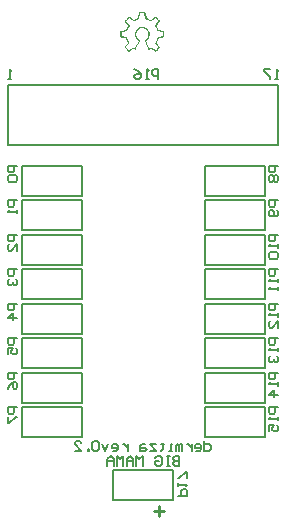
<source format=gbo>
%FSLAX24Y24*%
%MOIN*%
G70*
G01*
G75*
G04 Layer_Color=32896*
%ADD10R,0.0276X0.0354*%
%ADD11R,0.0335X0.0138*%
%ADD12R,0.0354X0.0276*%
%ADD13R,0.0433X0.0551*%
%ADD14C,0.0100*%
%ADD15C,0.0300*%
%ADD16C,0.0250*%
%ADD17R,0.0591X0.0591*%
%ADD18C,0.0591*%
%ADD19C,0.1969*%
%ADD20C,0.0150*%
%ADD21C,0.0200*%
%ADD22C,0.0098*%
%ADD23C,0.0079*%
%ADD24C,0.0063*%
%ADD25C,0.0060*%
%ADD26R,0.0356X0.0434*%
%ADD27R,0.0415X0.0218*%
%ADD28R,0.0434X0.0356*%
%ADD29R,0.0513X0.0631*%
%ADD30R,0.0671X0.0671*%
%ADD31C,0.0671*%
%ADD32C,0.2049*%
%ADD33C,0.0080*%
G36*
X57165Y35523D02*
X57168Y35521D01*
X57170Y35518D01*
Y35516D01*
X57175Y35496D01*
Y35482D01*
X57207Y35328D01*
Y35323D01*
X57209Y35320D01*
X57214D01*
X57339Y35267D01*
X57344Y35264D01*
X57348D01*
X57351Y35267D01*
X57480Y35355D01*
X57490Y35362D01*
X57492Y35367D01*
X57495D01*
X57507Y35374D01*
X57512Y35377D01*
X57517D01*
X57519Y35374D01*
X57531Y35362D01*
X57544Y35350D01*
X57578Y35316D01*
X57590Y35303D01*
X57629Y35267D01*
X57641Y35257D01*
X57654Y35245D01*
Y35237D01*
X57656Y35235D01*
X57654Y35233D01*
Y35230D01*
X57641Y35215D01*
X57639Y35211D01*
Y35208D01*
X57636Y35203D01*
X57634Y35201D01*
X57546Y35076D01*
Y35071D01*
Y35069D01*
Y35067D01*
Y35064D01*
X57602Y34935D01*
X57605Y34930D01*
X57607Y34927D01*
X57612D01*
X57758Y34898D01*
X57763Y34896D01*
X57773D01*
X57793Y34891D01*
X57798D01*
X57800Y34888D01*
Y34886D01*
Y34883D01*
Y34864D01*
Y34847D01*
Y34796D01*
Y34781D01*
Y34730D01*
Y34715D01*
Y34696D01*
X57798Y34691D01*
X57795Y34688D01*
X57793D01*
X57773Y34683D01*
X57768D01*
X57766Y34681D01*
X57758D01*
X57756Y34678D01*
X57617Y34656D01*
X57614Y34652D01*
X57612Y34649D01*
X57607Y34647D01*
X57605Y34644D01*
X57549Y34508D01*
Y34495D01*
X57632Y34378D01*
X57636Y34371D01*
X57639Y34368D01*
X57641Y34364D01*
Y34361D01*
X57651Y34349D01*
X57654Y34346D01*
Y34344D01*
Y34342D01*
X57651Y34339D01*
Y34337D01*
X57641Y34322D01*
X57629Y34315D01*
X57590Y34276D01*
X57578Y34263D01*
X57541Y34229D01*
X57529Y34217D01*
X57519Y34205D01*
X57514Y34202D01*
X57512D01*
X57507Y34205D01*
X57495Y34212D01*
X57488Y34217D01*
X57483Y34222D01*
X57480Y34224D01*
X57365Y34303D01*
X57361Y34305D01*
X57351D01*
X57348Y34303D01*
X57326Y34290D01*
X57322Y34288D01*
X57319Y34285D01*
X57314Y34283D01*
X57312D01*
X57287Y34268D01*
X57283D01*
X57278Y34271D01*
X57275D01*
X57268Y34300D01*
X57265Y34305D01*
Y34307D01*
X57263Y34312D01*
X57261Y34315D01*
X57163Y34554D01*
X57160Y34559D01*
Y34561D01*
X57156Y34569D01*
X57153Y34571D01*
X57146Y34586D01*
Y34591D01*
X57148Y34593D01*
Y34598D01*
X57151D01*
X57165Y34608D01*
X57170Y34610D01*
X57173Y34613D01*
X57175Y34615D01*
X57178Y34617D01*
X57207Y34639D01*
X57226Y34664D01*
X57236Y34674D01*
X57241Y34681D01*
X57243Y34686D01*
X57246Y34688D01*
X57261Y34722D01*
X57268Y34754D01*
Y34769D01*
X57270Y34779D01*
Y34786D01*
Y34788D01*
X57268Y34818D01*
X57263Y34842D01*
X57261Y34852D01*
X57258Y34859D01*
X57256Y34864D01*
Y34866D01*
X57243Y34893D01*
X57229Y34915D01*
X57219Y34927D01*
X57214Y34932D01*
X57192Y34952D01*
X57170Y34966D01*
X57153Y34974D01*
X57151Y34976D01*
X57148D01*
X57119Y34986D01*
X57095Y34991D01*
X57082Y34993D01*
X57068D01*
X57038Y34991D01*
X57014Y34986D01*
X57004Y34981D01*
X56997Y34979D01*
X56992Y34976D01*
X56990D01*
X56965Y34964D01*
X56943Y34949D01*
X56931Y34937D01*
X56926Y34935D01*
Y34932D01*
X56907Y34910D01*
X56892Y34888D01*
X56887Y34881D01*
X56885Y34874D01*
X56882Y34869D01*
Y34866D01*
X56872Y34840D01*
X56868Y34813D01*
X56865Y34803D01*
Y34796D01*
Y34791D01*
Y34788D01*
Y34769D01*
X56870Y34749D01*
X56872Y34732D01*
X56877Y34717D01*
X56882Y34705D01*
X56887Y34696D01*
X56890Y34691D01*
X56892Y34688D01*
X56914Y34659D01*
X56936Y34637D01*
X56946Y34627D01*
X56953Y34622D01*
X56958Y34620D01*
X56960Y34617D01*
X56968Y34608D01*
X56985Y34598D01*
X56987Y34595D01*
X56990Y34593D01*
X56987Y34588D01*
Y34586D01*
X56980Y34571D01*
X56977Y34564D01*
Y34561D01*
X56975Y34556D01*
Y34554D01*
X56872Y34315D01*
Y34310D01*
Y34307D01*
X56870Y34303D01*
Y34300D01*
X56858Y34271D01*
X56855Y34268D01*
X56846D01*
X56824Y34283D01*
X56816Y34285D01*
X56814D01*
X56809Y34288D01*
X56807Y34290D01*
X56785Y34303D01*
X56780Y34305D01*
X56775D01*
X56772Y34303D01*
X56658Y34224D01*
X56653Y34222D01*
X56650Y34220D01*
X56645Y34215D01*
X56643Y34212D01*
X56631Y34205D01*
X56623Y34202D01*
X56619D01*
X56616Y34205D01*
X56601Y34217D01*
X56592Y34229D01*
X56558Y34263D01*
X56545Y34276D01*
X56509Y34315D01*
X56497Y34322D01*
X56484Y34337D01*
X56482Y34339D01*
Y34342D01*
Y34346D01*
X56484Y34349D01*
X56494Y34361D01*
X56497Y34366D01*
X56499Y34368D01*
X56501Y34376D01*
X56504Y34378D01*
X56584Y34495D01*
X56587Y34500D01*
Y34503D01*
X56584Y34508D01*
X56528Y34644D01*
X56526Y34647D01*
Y34649D01*
X56523Y34654D01*
X56521Y34656D01*
X56374Y34678D01*
X56370Y34681D01*
X56367D01*
X56362Y34683D01*
X56360D01*
X56345Y34688D01*
X56340Y34691D01*
X56335Y34693D01*
Y34696D01*
Y34715D01*
Y34730D01*
Y34781D01*
Y34796D01*
Y34847D01*
Y34864D01*
Y34883D01*
X56338Y34888D01*
X56340Y34891D01*
X56345D01*
X56360Y34896D01*
X56367D01*
X56374Y34898D01*
X56377D01*
X56523Y34927D01*
X56528Y34930D01*
X56533Y34932D01*
X56536Y34935D01*
X56592Y35064D01*
Y35067D01*
Y35069D01*
X56589Y35074D01*
X56587Y35076D01*
X56504Y35201D01*
X56501Y35206D01*
X56499Y35208D01*
X56497Y35213D01*
X56494Y35215D01*
X56484Y35230D01*
X56482Y35235D01*
Y35240D01*
X56484Y35245D01*
X56497Y35257D01*
X56509Y35267D01*
X56543Y35303D01*
X56558Y35316D01*
X56592Y35350D01*
X56601Y35362D01*
X56616Y35374D01*
X56621Y35379D01*
X56626D01*
X56628Y35377D01*
X56631Y35374D01*
X56643Y35367D01*
X56648Y35362D01*
X56650Y35359D01*
X56655Y35357D01*
X56658Y35355D01*
X56782Y35267D01*
X56789Y35264D01*
X56794D01*
X56797Y35267D01*
X56799D01*
X56919Y35320D01*
X56926Y35323D01*
X56929Y35325D01*
X56931Y35328D01*
X56958Y35482D01*
Y35486D01*
X56960Y35489D01*
X56963Y35494D01*
Y35496D01*
X56968Y35516D01*
Y35518D01*
X56970Y35521D01*
X56972Y35525D01*
X57163D01*
X57165Y35523D01*
D02*
G37*
%LPC*%
G36*
X57136Y35486D02*
X57002D01*
X56968Y35289D01*
X56931Y35279D01*
X56902Y35272D01*
X56890Y35267D01*
X56880Y35262D01*
X56875Y35259D01*
X56872D01*
X56841Y35245D01*
X56814Y35230D01*
X56802Y35225D01*
X56794Y35220D01*
X56789Y35215D01*
X56787D01*
X56626Y35328D01*
X56579Y35281D01*
X56533Y35233D01*
X56643Y35071D01*
X56623Y35040D01*
X56609Y35013D01*
X56604Y35003D01*
X56599Y34993D01*
X56597Y34988D01*
Y34986D01*
X56582Y34952D01*
X56572Y34923D01*
X56567Y34910D01*
X56565Y34901D01*
X56562Y34893D01*
Y34891D01*
X56374Y34857D01*
Y34788D01*
Y34722D01*
X56562Y34688D01*
X56572Y34652D01*
X56579Y34620D01*
X56584Y34605D01*
X56589Y34595D01*
X56592Y34591D01*
Y34588D01*
X56606Y34554D01*
X56621Y34527D01*
X56628Y34515D01*
X56633Y34508D01*
X56636Y34503D01*
X56638Y34500D01*
X56533Y34346D01*
X56579Y34300D01*
X56626Y34251D01*
X56775Y34354D01*
X56785Y34346D01*
X56794Y34342D01*
X56802Y34339D01*
X56804Y34337D01*
X56814Y34332D01*
X56824Y34327D01*
X56831Y34324D01*
X56833Y34322D01*
X56941Y34576D01*
X56904Y34605D01*
X56890Y34620D01*
X56877Y34632D01*
X56868Y34644D01*
X56860Y34654D01*
X56858Y34661D01*
X56855Y34664D01*
X56843Y34686D01*
X56836Y34708D01*
X56828Y34727D01*
X56826Y34747D01*
X56824Y34764D01*
X56821Y34776D01*
Y34786D01*
Y34788D01*
X56824Y34825D01*
X56831Y34854D01*
X56833Y34866D01*
X56838Y34876D01*
X56841Y34881D01*
Y34883D01*
X56858Y34915D01*
X56875Y34940D01*
X56882Y34949D01*
X56890Y34957D01*
X56892Y34959D01*
X56894Y34962D01*
X56921Y34984D01*
X56948Y35001D01*
X56958Y35008D01*
X56968Y35013D01*
X56972Y35015D01*
X56975D01*
X57007Y35027D01*
X57038Y35035D01*
X57051Y35037D01*
X57068D01*
X57104Y35035D01*
X57136Y35027D01*
X57148Y35023D01*
X57158Y35018D01*
X57163Y35015D01*
X57165D01*
X57197Y34998D01*
X57221Y34981D01*
X57231Y34974D01*
X57236Y34966D01*
X57241Y34964D01*
X57243Y34962D01*
X57265Y34937D01*
X57283Y34910D01*
X57290Y34901D01*
X57292Y34891D01*
X57297Y34886D01*
Y34883D01*
X57307Y34849D01*
X57312Y34820D01*
X57314Y34808D01*
Y34798D01*
Y34791D01*
Y34788D01*
X57312Y34764D01*
X57309Y34739D01*
X57304Y34720D01*
X57297Y34700D01*
X57292Y34686D01*
X57287Y34674D01*
X57285Y34666D01*
X57283Y34664D01*
X57256Y34627D01*
X57241Y34613D01*
X57229Y34600D01*
X57217Y34591D01*
X57207Y34583D01*
X57200Y34578D01*
X57197Y34576D01*
X57304Y34322D01*
X57324Y34332D01*
X57341Y34342D01*
X57353Y34351D01*
X57358Y34354D01*
X57512Y34251D01*
X57558Y34300D01*
X57605Y34346D01*
X57500Y34500D01*
X57519Y34530D01*
X57534Y34559D01*
X57539Y34571D01*
X57544Y34581D01*
X57546Y34586D01*
Y34588D01*
X57558Y34625D01*
X57568Y34656D01*
X57571Y34669D01*
X57573Y34678D01*
X57575Y34686D01*
Y34688D01*
X57756Y34722D01*
Y34788D01*
Y34857D01*
X57571Y34891D01*
X57561Y34927D01*
X57551Y34957D01*
X57549Y34969D01*
X57544Y34979D01*
X57541Y34984D01*
Y34986D01*
X57527Y35018D01*
X57510Y35045D01*
X57505Y35057D01*
X57500Y35064D01*
X57495Y35069D01*
Y35071D01*
X57605Y35233D01*
X57558Y35281D01*
X57512Y35328D01*
X57346Y35215D01*
X57317Y35233D01*
X57290Y35247D01*
X57280Y35252D01*
X57270Y35257D01*
X57265Y35259D01*
X57263D01*
X57229Y35272D01*
X57200Y35281D01*
X57187Y35284D01*
X57178Y35286D01*
X57173Y35289D01*
X57170D01*
X57136Y35486D01*
D02*
G37*
%LPD*%
D14*
X57800Y18900D02*
X57467D01*
X57633Y19067D02*
Y18733D01*
D23*
X52600Y33100D02*
X61600D01*
X52600Y31100D02*
X61600D01*
X52600D02*
Y33100D01*
X61600Y31100D02*
Y33100D01*
X55050Y29400D02*
Y30400D01*
X53050D02*
X55050D01*
X53050Y29400D02*
Y30400D01*
Y29400D02*
X55050D01*
Y28250D02*
Y29250D01*
X53050D02*
X55050D01*
X53050Y28250D02*
Y29250D01*
Y28250D02*
X55050D01*
Y27100D02*
Y28100D01*
X53050D02*
X55050D01*
X53050Y27100D02*
Y28100D01*
Y27100D02*
X55050D01*
Y25950D02*
Y26950D01*
X53050D02*
X55050D01*
X53050Y25950D02*
Y26950D01*
Y25950D02*
X55050D01*
Y24800D02*
Y25800D01*
X53050D02*
X55050D01*
X53050Y24800D02*
Y25800D01*
Y24800D02*
X55050D01*
Y23650D02*
Y24650D01*
X53050D02*
X55050D01*
X53050Y23650D02*
Y24650D01*
Y23650D02*
X55050D01*
Y22500D02*
Y23500D01*
X53050D02*
X55050D01*
X53050Y22500D02*
Y23500D01*
Y22500D02*
X55050D01*
Y21350D02*
Y22350D01*
X53050D02*
X55050D01*
X53050Y21350D02*
Y22350D01*
Y21350D02*
X55050D01*
X59150Y29400D02*
Y30400D01*
Y29400D02*
X61150D01*
Y30400D01*
X59150D02*
X61150D01*
X59150Y28250D02*
Y29250D01*
Y28250D02*
X61150D01*
Y29250D01*
X59150D02*
X61150D01*
X59150Y27100D02*
Y28100D01*
Y27100D02*
X61150D01*
Y28100D01*
X59150D02*
X61150D01*
X59150Y25950D02*
Y26950D01*
Y25950D02*
X61150D01*
Y26950D01*
X59150D02*
X61150D01*
X59150Y24800D02*
Y25800D01*
Y24800D02*
X61150D01*
Y25800D01*
X59150D02*
X61150D01*
X59150Y23650D02*
Y24650D01*
Y23650D02*
X61150D01*
Y24650D01*
X59150D02*
X61150D01*
X59150Y22500D02*
Y23500D01*
Y22500D02*
X61150D01*
Y23500D01*
X59150D02*
X61150D01*
X59150Y21350D02*
Y22350D01*
Y21350D02*
X61150D01*
Y22350D01*
X59150D02*
X61150D01*
X58100Y19250D02*
Y20250D01*
X56100D02*
X58100D01*
X56100Y19250D02*
Y20250D01*
Y19250D02*
X58100D01*
D25*
X57600Y33300D02*
Y33620D01*
X57440D01*
X57387Y33567D01*
Y33460D01*
X57440Y33407D01*
X57600D01*
X57280Y33300D02*
X57173D01*
X57227D01*
Y33620D01*
X57280Y33567D01*
X56800Y33620D02*
X56907Y33567D01*
X57014Y33460D01*
Y33353D01*
X56960Y33300D01*
X56854D01*
X56800Y33353D01*
Y33407D01*
X56854Y33460D01*
X57014D01*
X61600Y22350D02*
X61280D01*
Y22190D01*
X61333Y22137D01*
X61440D01*
X61493Y22190D01*
Y22350D01*
X61600Y22030D02*
Y21923D01*
Y21977D01*
X61280D01*
X61333Y22030D01*
X61280Y21550D02*
Y21764D01*
X61440D01*
X61387Y21657D01*
Y21604D01*
X61440Y21550D01*
X61547D01*
X61600Y21604D01*
Y21710D01*
X61547Y21764D01*
X61600Y23500D02*
X61280D01*
Y23340D01*
X61333Y23287D01*
X61440D01*
X61493Y23340D01*
Y23500D01*
X61600Y23180D02*
Y23073D01*
Y23127D01*
X61280D01*
X61333Y23180D01*
X61600Y22754D02*
X61280D01*
X61440Y22914D01*
Y22700D01*
X61600Y24650D02*
X61280D01*
Y24490D01*
X61333Y24437D01*
X61440D01*
X61493Y24490D01*
Y24650D01*
X61600Y24330D02*
Y24223D01*
Y24277D01*
X61280D01*
X61333Y24330D01*
Y24064D02*
X61280Y24010D01*
Y23904D01*
X61333Y23850D01*
X61387D01*
X61440Y23904D01*
Y23957D01*
Y23904D01*
X61493Y23850D01*
X61547D01*
X61600Y23904D01*
Y24010D01*
X61547Y24064D01*
X61600Y25800D02*
X61280D01*
Y25640D01*
X61333Y25587D01*
X61440D01*
X61493Y25640D01*
Y25800D01*
X61600Y25480D02*
Y25373D01*
Y25427D01*
X61280D01*
X61333Y25480D01*
X61600Y25000D02*
Y25214D01*
X61387Y25000D01*
X61333D01*
X61280Y25054D01*
Y25160D01*
X61333Y25214D01*
X61600Y26950D02*
X61280D01*
Y26790D01*
X61333Y26737D01*
X61440D01*
X61493Y26790D01*
Y26950D01*
X61600Y26630D02*
Y26523D01*
Y26577D01*
X61280D01*
X61333Y26630D01*
X61600Y26364D02*
Y26257D01*
Y26310D01*
X61280D01*
X61333Y26364D01*
X61600Y28100D02*
X61280D01*
Y27940D01*
X61333Y27887D01*
X61440D01*
X61493Y27940D01*
Y28100D01*
X61600Y27780D02*
Y27673D01*
Y27727D01*
X61280D01*
X61333Y27780D01*
Y27514D02*
X61280Y27460D01*
Y27354D01*
X61333Y27300D01*
X61547D01*
X61600Y27354D01*
Y27460D01*
X61547Y27514D01*
X61333D01*
X61600Y29250D02*
X61280D01*
Y29090D01*
X61333Y29037D01*
X61440D01*
X61493Y29090D01*
Y29250D01*
X61547Y28930D02*
X61600Y28877D01*
Y28770D01*
X61547Y28717D01*
X61333D01*
X61280Y28770D01*
Y28877D01*
X61333Y28930D01*
X61387D01*
X61440Y28877D01*
Y28717D01*
X61600Y30400D02*
X61280D01*
Y30240D01*
X61333Y30187D01*
X61440D01*
X61493Y30240D01*
Y30400D01*
X61333Y30080D02*
X61280Y30027D01*
Y29920D01*
X61333Y29867D01*
X61387D01*
X61440Y29920D01*
X61493Y29867D01*
X61547D01*
X61600Y29920D01*
Y30027D01*
X61547Y30080D01*
X61493D01*
X61440Y30027D01*
X61387Y30080D01*
X61333D01*
X61440Y30027D02*
Y29920D01*
X52900Y22350D02*
X52580D01*
Y22190D01*
X52633Y22137D01*
X52740D01*
X52793Y22190D01*
Y22350D01*
X52580Y22030D02*
Y21817D01*
X52633D01*
X52847Y22030D01*
X52900D01*
Y23500D02*
X52580D01*
Y23340D01*
X52633Y23287D01*
X52740D01*
X52793Y23340D01*
Y23500D01*
X52580Y22967D02*
X52633Y23073D01*
X52740Y23180D01*
X52847D01*
X52900Y23127D01*
Y23020D01*
X52847Y22967D01*
X52793D01*
X52740Y23020D01*
Y23180D01*
X52900Y24650D02*
X52580D01*
Y24490D01*
X52633Y24437D01*
X52740D01*
X52793Y24490D01*
Y24650D01*
X52580Y24117D02*
Y24330D01*
X52740D01*
X52687Y24223D01*
Y24170D01*
X52740Y24117D01*
X52847D01*
X52900Y24170D01*
Y24277D01*
X52847Y24330D01*
X52900Y25800D02*
X52580D01*
Y25640D01*
X52633Y25587D01*
X52740D01*
X52793Y25640D01*
Y25800D01*
X52900Y25320D02*
X52580D01*
X52740Y25480D01*
Y25267D01*
X58250Y19400D02*
X58570D01*
Y19560D01*
X58517Y19613D01*
X58410D01*
X58357Y19560D01*
Y19400D01*
X58250Y19720D02*
Y19827D01*
Y19773D01*
X58570D01*
X58517Y19720D01*
X58570Y19986D02*
Y20200D01*
X58517D01*
X58303Y19986D01*
X58250D01*
X52900Y26950D02*
X52580D01*
Y26790D01*
X52633Y26737D01*
X52740D01*
X52793Y26790D01*
Y26950D01*
X52633Y26630D02*
X52580Y26577D01*
Y26470D01*
X52633Y26417D01*
X52687D01*
X52740Y26470D01*
Y26523D01*
Y26470D01*
X52793Y26417D01*
X52847D01*
X52900Y26470D01*
Y26577D01*
X52847Y26630D01*
X52900Y28100D02*
X52580D01*
Y27940D01*
X52633Y27887D01*
X52740D01*
X52793Y27940D01*
Y28100D01*
X52900Y27567D02*
Y27780D01*
X52687Y27567D01*
X52633D01*
X52580Y27620D01*
Y27727D01*
X52633Y27780D01*
X52900Y29250D02*
X52580D01*
Y29090D01*
X52633Y29037D01*
X52740D01*
X52793Y29090D01*
Y29250D01*
X52900Y28930D02*
Y28823D01*
Y28877D01*
X52580D01*
X52633Y28930D01*
X52900Y30400D02*
X52580D01*
Y30240D01*
X52633Y30187D01*
X52740D01*
X52793Y30240D01*
Y30400D01*
X52633Y30080D02*
X52580Y30027D01*
Y29920D01*
X52633Y29867D01*
X52847D01*
X52900Y29920D01*
Y30027D01*
X52847Y30080D01*
X52633D01*
X59137Y21220D02*
Y20900D01*
X59297D01*
X59350Y20953D01*
Y21060D01*
X59297Y21113D01*
X59137D01*
X58870Y20900D02*
X58977D01*
X59030Y20953D01*
Y21060D01*
X58977Y21113D01*
X58870D01*
X58817Y21060D01*
Y21007D01*
X59030D01*
X58710Y21113D02*
Y20900D01*
Y21007D01*
X58657Y21060D01*
X58604Y21113D01*
X58550D01*
X58390Y20900D02*
Y21113D01*
X58337D01*
X58284Y21060D01*
Y20900D01*
Y21060D01*
X58230Y21113D01*
X58177Y21060D01*
Y20900D01*
X58070D02*
X57964D01*
X58017D01*
Y21113D01*
X58070D01*
X57751Y21167D02*
Y21113D01*
X57804D01*
X57697D01*
X57751D01*
Y20953D01*
X57697Y20900D01*
X57537Y21113D02*
X57324D01*
X57537Y20900D01*
X57324D01*
X57164Y21113D02*
X57057D01*
X57004Y21060D01*
Y20900D01*
X57164D01*
X57217Y20953D01*
X57164Y21007D01*
X57004D01*
X56578Y21113D02*
Y20900D01*
Y21007D01*
X56524Y21060D01*
X56471Y21113D01*
X56418D01*
X56098Y20900D02*
X56204D01*
X56258Y20953D01*
Y21060D01*
X56204Y21113D01*
X56098D01*
X56044Y21060D01*
Y21007D01*
X56258D01*
X55938Y21113D02*
X55831Y20900D01*
X55725Y21113D01*
X55618Y21167D02*
X55565Y21220D01*
X55458D01*
X55405Y21167D01*
Y20953D01*
X55458Y20900D01*
X55565D01*
X55618Y20953D01*
Y21167D01*
X55298Y20900D02*
Y20953D01*
X55245D01*
Y20900D01*
X55298D01*
X54818D02*
X55031D01*
X54818Y21113D01*
Y21167D01*
X54871Y21220D01*
X54978D01*
X55031Y21167D01*
X58300Y20720D02*
Y20400D01*
X58140D01*
X58087Y20453D01*
Y20507D01*
X58140Y20560D01*
X58300D01*
X58140D01*
X58087Y20613D01*
Y20667D01*
X58140Y20720D01*
X58300D01*
X57980D02*
X57873D01*
X57927D01*
Y20400D01*
X57980D01*
X57873D01*
X57500Y20667D02*
X57554Y20720D01*
X57660D01*
X57714Y20667D01*
Y20453D01*
X57660Y20400D01*
X57554D01*
X57500Y20453D01*
Y20560D01*
X57607D01*
X57074Y20400D02*
Y20720D01*
X56967Y20613D01*
X56860Y20720D01*
Y20400D01*
X56754D02*
Y20613D01*
X56647Y20720D01*
X56541Y20613D01*
Y20400D01*
Y20560D01*
X56754D01*
X56434Y20400D02*
Y20720D01*
X56327Y20613D01*
X56221Y20720D01*
Y20400D01*
X56114D02*
Y20613D01*
X56007Y20720D01*
X55901Y20613D01*
Y20400D01*
Y20560D01*
X56114D01*
D33*
X61600Y33300D02*
X61493D01*
X61547D01*
Y33620D01*
X61600Y33567D01*
X61333Y33620D02*
X61120D01*
Y33567D01*
X61333Y33353D01*
Y33300D01*
X52700D02*
X52593D01*
X52647D01*
Y33620D01*
X52700Y33567D01*
M02*

</source>
